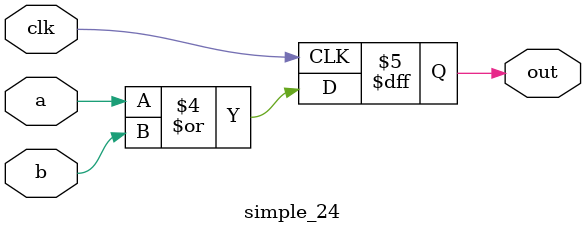
<source format=v>
module simple_24(
   input a, 
   input b, 
   input clk,
   output reg out
);
   always @(posedge clk) begin
     out <= a & (~b);
     out <= a | b;
   end
endmodule
</source>
